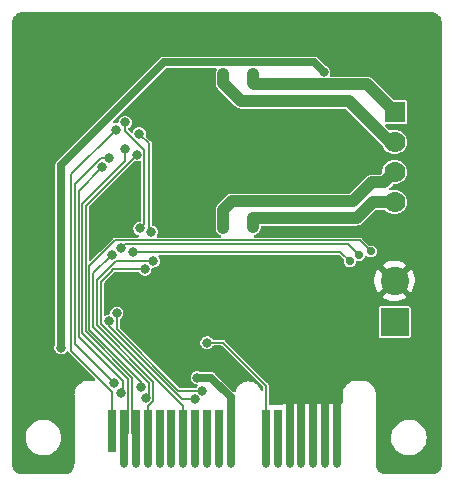
<source format=gbl>
G04 #@! TF.GenerationSoftware,KiCad,Pcbnew,(5.99.0-8491-gb8dfcb34c4)*
G04 #@! TF.CreationDate,2021-01-20T09:42:39+01:00*
G04 #@! TF.ProjectId,TMC2130_Driver,544d4332-3133-4305-9f44-72697665722e,rev?*
G04 #@! TF.SameCoordinates,PX67f3540PY6cb8080*
G04 #@! TF.FileFunction,Copper,L2,Bot*
G04 #@! TF.FilePolarity,Positive*
%FSLAX46Y46*%
G04 Gerber Fmt 4.6, Leading zero omitted, Abs format (unit mm)*
G04 Created by KiCad (PCBNEW (5.99.0-8491-gb8dfcb34c4)) date 2021-01-20 09:42:39*
%MOMM*%
%LPD*%
G01*
G04 APERTURE LIST*
G04 #@! TA.AperFunction,ConnectorPad*
%ADD10O,0.650000X0.650000*%
G04 #@! TD*
G04 #@! TA.AperFunction,ConnectorPad*
%ADD11R,0.650000X3.600000*%
G04 #@! TD*
G04 #@! TA.AperFunction,ConnectorPad*
%ADD12R,0.650000X4.600000*%
G04 #@! TD*
G04 #@! TA.AperFunction,ComponentPad*
%ADD13R,1.778000X1.778000*%
G04 #@! TD*
G04 #@! TA.AperFunction,ComponentPad*
%ADD14C,1.778000*%
G04 #@! TD*
G04 #@! TA.AperFunction,ComponentPad*
%ADD15R,2.400000X2.400000*%
G04 #@! TD*
G04 #@! TA.AperFunction,ComponentPad*
%ADD16C,2.400000*%
G04 #@! TD*
G04 #@! TA.AperFunction,ViaPad*
%ADD17C,0.800000*%
G04 #@! TD*
G04 #@! TA.AperFunction,ViaPad*
%ADD18C,0.700000*%
G04 #@! TD*
G04 #@! TA.AperFunction,Conductor*
%ADD19C,1.000000*%
G04 #@! TD*
G04 #@! TA.AperFunction,Conductor*
%ADD20C,0.152400*%
G04 #@! TD*
G04 #@! TA.AperFunction,Conductor*
%ADD21C,0.650000*%
G04 #@! TD*
G04 #@! TA.AperFunction,Conductor*
%ADD22C,0.203200*%
G04 #@! TD*
G04 APERTURE END LIST*
D10*
X12652800Y1014800D03*
X22652800Y1014800D03*
X17652800Y1014800D03*
X13652800Y1014800D03*
X15652800Y1014800D03*
X10652800Y1014800D03*
X25652800Y1014800D03*
X26652800Y1014800D03*
X21652800Y1014800D03*
X18652800Y1014800D03*
X24652800Y1014800D03*
X27652800Y1014800D03*
X9652800Y1014800D03*
X23652800Y1014800D03*
X11652800Y1014800D03*
X16652800Y1014800D03*
X14652800Y1014800D03*
D11*
X8652800Y3814800D03*
D12*
X9652800Y3314800D03*
X10652800Y3314800D03*
X11652800Y3314800D03*
X12652800Y3314800D03*
X13652800Y3314800D03*
X14652800Y3314800D03*
X15652800Y3314800D03*
X16652800Y3314800D03*
X17652800Y3314800D03*
X18652800Y3314800D03*
X21652800Y3314800D03*
X22652800Y3314800D03*
X23652800Y3314800D03*
X24652800Y3314800D03*
X25652800Y3314800D03*
X26652800Y3314800D03*
X27652800Y3314800D03*
D13*
X32540000Y30820000D03*
D14*
X32540000Y28280000D03*
X32540000Y25740000D03*
X32540000Y23200000D03*
D15*
X32540000Y13010000D03*
D16*
X32540000Y16510000D03*
D17*
X29300000Y34220000D03*
X27840000Y34230000D03*
X15000000Y22000000D03*
X22040000Y27010000D03*
X22040000Y28260000D03*
X22040000Y29510000D03*
X22040000Y25760000D03*
X20790000Y25760000D03*
X20790000Y29510000D03*
X20790000Y28260000D03*
X20790000Y27010000D03*
X30540000Y27260000D03*
X3000000Y26000000D03*
X17000000Y16000000D03*
X1000000Y16000000D03*
X8000000Y21000000D03*
X33040000Y21260000D03*
D18*
X16790000Y32760000D03*
D17*
X8000000Y23000000D03*
D18*
X25421300Y27841400D03*
D17*
X15000000Y16000000D03*
X17000000Y18000000D03*
D18*
X16790000Y22510000D03*
X30790000Y34260000D03*
X16790000Y23260000D03*
D17*
X15000000Y18000000D03*
X1000000Y8000000D03*
X1000000Y18000000D03*
X3000000Y20000000D03*
D18*
X16840000Y31010000D03*
D17*
X3000000Y18000000D03*
D18*
X28840000Y30010000D03*
D17*
X3000000Y16000000D03*
X30540000Y20760000D03*
X3000000Y14000000D03*
X1000000Y26000000D03*
X1000000Y20000000D03*
X13000000Y16000000D03*
X29000000Y29000000D03*
X3000000Y22000000D03*
D18*
X17040000Y27760000D03*
D17*
X3000000Y12000000D03*
X19000000Y16000000D03*
X3000000Y8000000D03*
D18*
X28540000Y26010000D03*
D17*
X18100000Y8870000D03*
X3000000Y24000000D03*
X1000000Y14000000D03*
X35820000Y8830000D03*
X1000000Y24000000D03*
D18*
X27540000Y25260000D03*
X15790000Y31010000D03*
D17*
X28000000Y28000000D03*
X1000000Y22000000D03*
X1000000Y10000000D03*
X1000000Y12000000D03*
X3000000Y10000000D03*
X25000000Y18000000D03*
X23000000Y17000000D03*
X10000000Y23000000D03*
D18*
X18040000Y33260000D03*
X18040000Y34010000D03*
X20540000Y33260000D03*
X20540000Y34010000D03*
X18040000Y21010000D03*
X18040000Y21760000D03*
X20540000Y21860000D03*
X20540000Y21060000D03*
D17*
X11098519Y7521423D03*
D18*
X30540000Y19010000D03*
D17*
X7775421Y26124579D03*
X9350505Y7049495D03*
X8380000Y26940000D03*
X8814495Y7844495D03*
X8575954Y18717787D03*
X11460000Y6630000D03*
X16660000Y11280000D03*
X16280000Y7230000D03*
X9030000Y13800000D03*
X8369555Y13108568D03*
X15630000Y6480000D03*
X12110000Y18201390D03*
X11939516Y20656084D03*
X10940000Y28990000D03*
X10699388Y27193421D03*
X9730000Y27680000D03*
X8960000Y29330000D03*
D18*
X28761400Y18164000D03*
D17*
X10434767Y18964380D03*
X9380539Y19298855D03*
D18*
X29540000Y18705990D03*
D17*
X26540000Y34210000D03*
X15850000Y8330000D03*
X4300000Y10850000D03*
X11400000Y17520000D03*
X10960000Y20960000D03*
X9740000Y29930000D03*
D19*
X29040000Y23260000D02*
X18790000Y23260000D01*
X18790000Y23260000D02*
X18040000Y22510000D01*
X30631001Y24851001D02*
X29040000Y23260000D01*
X18040000Y22510000D02*
X18040000Y21010000D01*
X32540000Y25740000D02*
X31651001Y24851001D01*
X31651001Y24851001D02*
X30631001Y24851001D01*
X32127678Y28280000D02*
X32540000Y28280000D01*
X28647678Y31760000D02*
X32127678Y28280000D01*
D20*
X18030000Y11280000D02*
X17280000Y11280000D01*
X21652800Y3314800D02*
X21652800Y7657200D01*
X21652800Y7657200D02*
X18030000Y11280000D01*
X18030000Y11280000D02*
X16660000Y11280000D01*
D21*
X26652800Y3314800D02*
X26652800Y6902800D01*
X25652800Y3314800D02*
X25652800Y6264800D01*
X27652800Y3314800D02*
X27652800Y6264800D01*
X24652800Y3314800D02*
X24652800Y6402800D01*
X25652800Y6264800D02*
X25750000Y6362000D01*
X23652800Y3314800D02*
X23652800Y6264800D01*
X27652800Y6264800D02*
X27500000Y6417600D01*
X27500000Y6417600D02*
X27500000Y7000000D01*
D19*
X28647678Y31760000D02*
X19540000Y31760000D01*
X28647678Y31760000D02*
X28090000Y31760000D01*
X19540000Y31760000D02*
X18040000Y33260000D01*
X18040000Y34010000D02*
X18040000Y33260000D01*
X32540000Y30820000D02*
X30202401Y33157599D01*
X20540000Y34010000D02*
X20540000Y33260000D01*
X20642401Y33157599D02*
X20540000Y33260000D01*
X30202401Y33157599D02*
X20642401Y33157599D01*
X32540000Y23200000D02*
X30680000Y23200000D01*
X20540000Y21860000D02*
X20540000Y21060000D01*
X30680000Y23200000D02*
X29340000Y21860000D01*
X29340000Y21860000D02*
X20540000Y21860000D01*
D20*
X6710168Y17781235D02*
X6710168Y12367696D01*
X8877533Y19948601D02*
X6710168Y17781235D01*
X29601399Y19948601D02*
X30540000Y19010000D01*
X6710168Y12367696D02*
X11098519Y7979345D01*
X8877533Y19948601D02*
X8534466Y19605534D01*
X11098519Y7979345D02*
X11098519Y7521423D01*
X8877533Y19948601D02*
X29601399Y19948601D01*
X9521399Y8028271D02*
X9521399Y7220389D01*
X5795736Y23085736D02*
X5795736Y24144894D01*
X5795736Y11753934D02*
X9521399Y8028271D01*
X5795736Y23085736D02*
X5795736Y11753934D01*
X5795736Y23765736D02*
X5795736Y23085736D01*
X9521399Y7220389D02*
X9350505Y7049495D01*
X5795736Y24144894D02*
X7775421Y26124579D01*
X5490926Y11168064D02*
X5490926Y24729074D01*
X5490926Y24729074D02*
X7701852Y26940000D01*
X7701852Y26940000D02*
X8380000Y26940000D01*
X8814495Y7844495D02*
X5490926Y11168064D01*
X11764979Y7886965D02*
X7014980Y12636964D01*
X11460000Y6630000D02*
X11764979Y6934979D01*
X11764979Y6934979D02*
X11764979Y7886965D01*
X7014980Y12636964D02*
X7014980Y17156813D01*
X7014980Y17156813D02*
X8575954Y18717787D01*
X9030000Y12429671D02*
X14229671Y7230000D01*
X9030000Y13800000D02*
X9030000Y12429671D01*
X14229671Y7230000D02*
X16280000Y7230000D01*
X14548603Y6480000D02*
X8369555Y12659048D01*
X8369555Y12659048D02*
X8369555Y13108568D01*
X15630000Y6480000D02*
X14548603Y6480000D01*
X11741146Y20854454D02*
X11741146Y26698854D01*
X8934402Y18201390D02*
X12110000Y18201390D01*
X7319790Y12763222D02*
X7319790Y16586778D01*
X12109790Y7973222D02*
X7319790Y12763222D01*
X11652800Y3314800D02*
X11652800Y5892470D01*
X11741146Y26698854D02*
X11741146Y28188854D01*
X7319790Y16586778D02*
X8934402Y18201390D01*
X11652800Y5892470D02*
X12109790Y6349460D01*
X11939516Y20656084D02*
X11741146Y20854454D01*
X12109790Y6349460D02*
X12109790Y7973222D01*
X11741146Y28188854D02*
X10940000Y28990000D01*
X10325568Y8321228D02*
X6405358Y12241438D01*
X10325568Y3642032D02*
X10325568Y8321228D01*
X6405358Y12241438D02*
X6405358Y22899391D01*
X6405358Y22899391D02*
X10699388Y27193421D01*
X10652800Y3314800D02*
X10325568Y3642032D01*
X6100548Y12115180D02*
X6100548Y23052684D01*
X9979116Y3641116D02*
X9979116Y8236612D01*
X9652800Y3314800D02*
X9979116Y3641116D01*
X6100548Y23052684D02*
X9730000Y26682136D01*
X9730000Y26682136D02*
X9730000Y27680000D01*
X9979116Y8236612D02*
X6100548Y12115180D01*
X5186116Y10583884D02*
X5186116Y25556116D01*
X8652800Y3814800D02*
X8652800Y7117200D01*
X5186116Y25556116D02*
X8960000Y29330000D01*
X8652800Y7117200D02*
X5186116Y10583884D01*
X27961020Y18964380D02*
X28761400Y18164000D01*
X10434767Y18964380D02*
X27961020Y18964380D01*
X28627599Y19618391D02*
X29540000Y18705990D01*
X9700074Y19618390D02*
X28627599Y19618391D01*
D22*
X9700074Y19618390D02*
X9380539Y19298855D01*
D21*
X12980000Y35010000D02*
X25740000Y35010000D01*
X16970000Y8330000D02*
X18652800Y6647200D01*
X25740000Y35010000D02*
X26540000Y34210000D01*
X18652800Y6647200D02*
X18652800Y3314800D01*
X4300000Y26330000D02*
X12980000Y35010000D01*
X4300000Y10850000D02*
X4300000Y26330000D01*
X15850000Y8330000D02*
X16970000Y8330000D01*
D22*
X14652800Y5377200D02*
X14652800Y3314800D01*
X7670000Y15040000D02*
X7650000Y15060000D01*
X11353389Y27586611D02*
X11353389Y21353389D01*
X14652800Y5897200D02*
X7670000Y12880000D01*
X8720000Y17520000D02*
X11400000Y17520000D01*
X7650000Y16450000D02*
X8510000Y17310000D01*
X7650000Y15060000D02*
X7650000Y16450000D01*
X9740000Y29200000D02*
X11353389Y27586611D01*
X9740000Y29930000D02*
X9740000Y29200000D01*
X11353389Y21353389D02*
X10960000Y20960000D01*
X7670000Y12880000D02*
X7670000Y15040000D01*
X8510000Y17310000D02*
X8720000Y17520000D01*
X14652800Y3314800D02*
X14652800Y5897200D01*
G04 #@! TA.AperFunction,Conductor*
G36*
X35665296Y39256097D02*
G01*
X35669694Y39255412D01*
X35677618Y39253086D01*
X35752889Y39251303D01*
X35762253Y39250731D01*
X35792148Y39247787D01*
X35804373Y39245973D01*
X35923471Y39222284D01*
X35935463Y39219280D01*
X35953834Y39213707D01*
X35965475Y39209542D01*
X36077658Y39163073D01*
X36088832Y39157789D01*
X36105740Y39148751D01*
X36116335Y39142401D01*
X36217334Y39074917D01*
X36227242Y39067568D01*
X36242067Y39055401D01*
X36251223Y39047103D01*
X36337100Y38961225D01*
X36345401Y38952067D01*
X36357568Y38937241D01*
X36364930Y38927314D01*
X36432398Y38826338D01*
X36438753Y38815736D01*
X36447786Y38798837D01*
X36453073Y38787658D01*
X36499542Y38675475D01*
X36503709Y38663830D01*
X36509280Y38645464D01*
X36512284Y38633472D01*
X36530881Y38539978D01*
X36535973Y38514376D01*
X36537787Y38502145D01*
X36540731Y38472254D01*
X36541303Y38462889D01*
X36543086Y38387617D01*
X36545412Y38379693D01*
X36546097Y38375295D01*
X36547600Y38355893D01*
X36547600Y1054107D01*
X36546097Y1034705D01*
X36545412Y1030307D01*
X36543086Y1022383D01*
X36542627Y1003002D01*
X36541303Y947112D01*
X36540731Y937746D01*
X36537787Y907855D01*
X36535973Y895627D01*
X36530475Y867982D01*
X36512284Y776529D01*
X36509280Y764536D01*
X36503709Y746170D01*
X36499542Y734525D01*
X36453073Y622342D01*
X36447786Y611163D01*
X36438753Y594264D01*
X36432398Y583662D01*
X36364930Y482686D01*
X36357568Y472759D01*
X36357554Y472741D01*
X36345401Y457933D01*
X36337100Y448775D01*
X36251223Y362897D01*
X36242070Y354601D01*
X36227242Y342432D01*
X36217334Y335083D01*
X36126043Y274085D01*
X36116339Y267601D01*
X36105740Y261249D01*
X36089779Y252718D01*
X36088831Y252211D01*
X36077658Y246927D01*
X35965475Y200458D01*
X35953834Y196293D01*
X35935464Y190720D01*
X35923472Y187716D01*
X35804373Y164027D01*
X35792148Y162213D01*
X35762254Y159269D01*
X35752889Y158697D01*
X35677618Y156914D01*
X35669694Y154588D01*
X35665296Y153903D01*
X35645894Y152400D01*
X31854107Y152400D01*
X31834705Y153903D01*
X31830307Y154588D01*
X31822383Y156914D01*
X31747111Y158697D01*
X31737746Y159269D01*
X31707852Y162213D01*
X31695627Y164027D01*
X31576528Y187716D01*
X31564536Y190720D01*
X31546166Y196293D01*
X31534525Y200458D01*
X31422342Y246927D01*
X31411163Y252214D01*
X31394264Y261247D01*
X31383662Y267602D01*
X31303136Y321406D01*
X31282678Y335076D01*
X31272759Y342432D01*
X31257933Y354599D01*
X31248775Y362900D01*
X31162897Y448777D01*
X31154599Y457933D01*
X31142432Y472758D01*
X31135083Y482666D01*
X31067599Y583665D01*
X31061247Y594264D01*
X31052211Y611169D01*
X31046927Y622342D01*
X31000458Y734525D01*
X30996291Y746170D01*
X30990720Y764536D01*
X30987716Y776529D01*
X30969525Y867982D01*
X30964027Y895627D01*
X30962213Y907855D01*
X30959269Y937746D01*
X30958697Y947112D01*
X30957373Y1003002D01*
X30956914Y1022382D01*
X30954588Y1030306D01*
X30953903Y1034704D01*
X30952400Y1054106D01*
X30952400Y3150814D01*
X32245773Y3150814D01*
X32281940Y2911670D01*
X32355877Y2681384D01*
X32465681Y2465882D01*
X32608527Y2270707D01*
X32780741Y2100882D01*
X32784863Y2097952D01*
X32784865Y2097951D01*
X32973769Y1963703D01*
X32973772Y1963701D01*
X32977891Y1960774D01*
X32982427Y1958542D01*
X33190364Y1856224D01*
X33190369Y1856222D01*
X33194905Y1853990D01*
X33199748Y1852509D01*
X33199749Y1852509D01*
X33421353Y1784758D01*
X33421355Y1784758D01*
X33426201Y1783276D01*
X33665827Y1750451D01*
X33735069Y1752143D01*
X33902557Y1756236D01*
X33902561Y1756236D01*
X33907618Y1756360D01*
X34145355Y1800852D01*
X34372920Y1882780D01*
X34584459Y2000038D01*
X34588437Y2003168D01*
X34588441Y2003171D01*
X34770554Y2146480D01*
X34770555Y2146481D01*
X34774530Y2149609D01*
X34885885Y2270707D01*
X34934817Y2323920D01*
X34934819Y2323923D01*
X34938241Y2327644D01*
X35071383Y2529564D01*
X35073457Y2534178D01*
X35168454Y2745557D01*
X35168456Y2745562D01*
X35170528Y2750173D01*
X35233127Y2983795D01*
X35257569Y3224421D01*
X35257900Y3256000D01*
X35257671Y3258848D01*
X35238909Y3492044D01*
X35238908Y3492049D01*
X35238503Y3497085D01*
X35206837Y3626007D01*
X35182017Y3727053D01*
X35180810Y3731967D01*
X35126597Y3859686D01*
X35088283Y3949947D01*
X35088282Y3949949D01*
X35086306Y3954604D01*
X34957423Y4159268D01*
X34797475Y4340692D01*
X34610579Y4494211D01*
X34401542Y4615873D01*
X34396819Y4617686D01*
X34396817Y4617687D01*
X34180463Y4700738D01*
X34180465Y4700738D01*
X34175743Y4702550D01*
X34170797Y4703583D01*
X34170791Y4703585D01*
X34025746Y4733886D01*
X33938990Y4752010D01*
X33933942Y4752239D01*
X33933936Y4752240D01*
X33818183Y4757495D01*
X33697375Y4762981D01*
X33692355Y4762400D01*
X33692351Y4762400D01*
X33462141Y4735764D01*
X33462137Y4735763D01*
X33457114Y4735182D01*
X33452249Y4733805D01*
X33452247Y4733805D01*
X33335390Y4700738D01*
X33224388Y4669328D01*
X33005185Y4567111D01*
X33001005Y4564270D01*
X33001001Y4564268D01*
X32916629Y4506929D01*
X32805144Y4431164D01*
X32629412Y4264982D01*
X32626334Y4260956D01*
X32626333Y4260955D01*
X32485583Y4076862D01*
X32485580Y4076858D01*
X32482510Y4072842D01*
X32368217Y3859686D01*
X32366571Y3854905D01*
X32366569Y3854901D01*
X32324239Y3731967D01*
X32289473Y3630999D01*
X32248306Y3392665D01*
X32245773Y3150814D01*
X30952400Y3150814D01*
X30952400Y6847756D01*
X30955380Y6872666D01*
X30955852Y6877054D01*
X30957798Y6885070D01*
X30957603Y6893325D01*
X30955186Y6995353D01*
X30955289Y7000280D01*
X30955149Y7002422D01*
X30955689Y7010667D01*
X30954706Y7015607D01*
X30954587Y7020644D01*
X30952259Y7028573D01*
X30951929Y7030694D01*
X30950752Y7035487D01*
X30913928Y7220614D01*
X30913228Y7224858D01*
X30912971Y7225816D01*
X30911893Y7234004D01*
X30910684Y7236922D01*
X30910068Y7240020D01*
X30906414Y7247430D01*
X30906096Y7248367D01*
X30904324Y7252277D01*
X30829972Y7431780D01*
X30828459Y7435800D01*
X30828021Y7436687D01*
X30825367Y7444505D01*
X30823612Y7447132D01*
X30822403Y7450050D01*
X30817378Y7456598D01*
X30816883Y7457456D01*
X30814373Y7460959D01*
X30706443Y7622488D01*
X30704170Y7626142D01*
X30703572Y7626922D01*
X30699437Y7634084D01*
X30697201Y7636320D01*
X30695449Y7638942D01*
X30689246Y7644382D01*
X30688591Y7645129D01*
X30685458Y7648063D01*
X30548071Y7785449D01*
X30545127Y7788592D01*
X30544385Y7789243D01*
X30538942Y7795449D01*
X30536317Y7797203D01*
X30534083Y7799437D01*
X30526932Y7803566D01*
X30526153Y7804164D01*
X30522499Y7806436D01*
X30360937Y7914388D01*
X30357450Y7916887D01*
X30356596Y7917380D01*
X30350050Y7922403D01*
X30347132Y7923612D01*
X30344505Y7925367D01*
X30336687Y7928021D01*
X30335800Y7928459D01*
X30331780Y7929972D01*
X30152277Y8004324D01*
X30148367Y8006096D01*
X30147430Y8006414D01*
X30140020Y8010068D01*
X30136922Y8010684D01*
X30134004Y8011893D01*
X30125812Y8012972D01*
X30124859Y8013227D01*
X30120615Y8013928D01*
X30119303Y8014189D01*
X29935478Y8050754D01*
X29930682Y8051932D01*
X29928571Y8052261D01*
X29920645Y8054587D01*
X29915607Y8054706D01*
X29910667Y8055689D01*
X29902421Y8055149D01*
X29900279Y8055289D01*
X29895353Y8055186D01*
X29793321Y8057603D01*
X29793318Y8057603D01*
X29785071Y8057798D01*
X29777055Y8055852D01*
X29772667Y8055380D01*
X29747757Y8052400D01*
X29352244Y8052400D01*
X29327334Y8055380D01*
X29322946Y8055852D01*
X29314930Y8057798D01*
X29306683Y8057603D01*
X29306680Y8057603D01*
X29204647Y8055186D01*
X29199720Y8055289D01*
X29197578Y8055149D01*
X29189333Y8055689D01*
X29184393Y8054706D01*
X29179356Y8054587D01*
X29171427Y8052259D01*
X29169306Y8051929D01*
X29164513Y8050752D01*
X29039028Y8025792D01*
X28979381Y8013927D01*
X28975142Y8013228D01*
X28974184Y8012971D01*
X28965996Y8011893D01*
X28963078Y8010684D01*
X28959980Y8010068D01*
X28952570Y8006414D01*
X28951633Y8006096D01*
X28947723Y8004324D01*
X28768220Y7929972D01*
X28764200Y7928459D01*
X28763313Y7928021D01*
X28755495Y7925367D01*
X28752868Y7923612D01*
X28749950Y7922403D01*
X28743402Y7917378D01*
X28742544Y7916883D01*
X28739041Y7914373D01*
X28577512Y7806443D01*
X28573858Y7804170D01*
X28573078Y7803572D01*
X28565916Y7799437D01*
X28563680Y7797201D01*
X28561058Y7795449D01*
X28555618Y7789246D01*
X28554871Y7788591D01*
X28551937Y7785458D01*
X28414551Y7648071D01*
X28411408Y7645127D01*
X28410757Y7644385D01*
X28404551Y7638942D01*
X28402797Y7636317D01*
X28400563Y7634083D01*
X28396434Y7626932D01*
X28395836Y7626153D01*
X28393564Y7622499D01*
X28285612Y7460937D01*
X28283113Y7457450D01*
X28282620Y7456596D01*
X28277597Y7450050D01*
X28276388Y7447132D01*
X28274633Y7444505D01*
X28271979Y7436687D01*
X28271541Y7435800D01*
X28270028Y7431780D01*
X28195676Y7252277D01*
X28193904Y7248367D01*
X28193586Y7247430D01*
X28189932Y7240020D01*
X28189316Y7236922D01*
X28188107Y7234004D01*
X28187028Y7225812D01*
X28186773Y7224859D01*
X28186072Y7220615D01*
X28153967Y7059208D01*
X28149248Y7035486D01*
X28148068Y7030682D01*
X28147739Y7028571D01*
X28145413Y7020645D01*
X28145294Y7015607D01*
X28144311Y7010667D01*
X28144851Y7002421D01*
X28144711Y7000279D01*
X28144814Y6995353D01*
X28142398Y6893325D01*
X28142202Y6885071D01*
X28144148Y6877055D01*
X28144620Y6872667D01*
X28147600Y6847757D01*
X28147600Y6248799D01*
X28127598Y6180678D01*
X28073942Y6134185D01*
X28003670Y6124081D01*
X27982250Y6127160D01*
X27973305Y6127800D01*
X27924915Y6127800D01*
X27909676Y6123325D01*
X27908471Y6121935D01*
X27906800Y6114252D01*
X27906800Y6000000D01*
X27398800Y6000000D01*
X27398800Y6109685D01*
X27394325Y6124924D01*
X27392935Y6126129D01*
X27385252Y6127800D01*
X27330057Y6127800D01*
X27325550Y6127639D01*
X27261531Y6123060D01*
X27248309Y6120674D01*
X27195290Y6105107D01*
X27124293Y6105107D01*
X27113412Y6108302D01*
X26982246Y6127161D01*
X26973305Y6127800D01*
X26924915Y6127800D01*
X26909676Y6123325D01*
X26908471Y6121935D01*
X26906800Y6114252D01*
X26906800Y6000000D01*
X26398800Y6000000D01*
X26398800Y6109685D01*
X26394325Y6124924D01*
X26392935Y6126129D01*
X26385252Y6127800D01*
X26330057Y6127800D01*
X26325550Y6127639D01*
X26261531Y6123060D01*
X26248309Y6120674D01*
X26195290Y6105107D01*
X26124293Y6105107D01*
X26113412Y6108302D01*
X25982246Y6127161D01*
X25973305Y6127800D01*
X25924915Y6127800D01*
X25909676Y6123325D01*
X25908471Y6121935D01*
X25906800Y6114252D01*
X25906800Y6000000D01*
X25398800Y6000000D01*
X25398800Y6109685D01*
X25394325Y6124924D01*
X25392935Y6126129D01*
X25385252Y6127800D01*
X25330057Y6127800D01*
X25325550Y6127639D01*
X25261531Y6123060D01*
X25248309Y6120674D01*
X25195290Y6105107D01*
X25124293Y6105107D01*
X25113412Y6108302D01*
X24982246Y6127161D01*
X24973305Y6127800D01*
X24924915Y6127800D01*
X24909676Y6123325D01*
X24908471Y6121935D01*
X24906800Y6114252D01*
X24906800Y6000000D01*
X24398800Y6000000D01*
X24398800Y6109685D01*
X24394325Y6124924D01*
X24392935Y6126129D01*
X24385252Y6127800D01*
X24330057Y6127800D01*
X24325550Y6127639D01*
X24261531Y6123060D01*
X24248309Y6120674D01*
X24195290Y6105107D01*
X24124293Y6105107D01*
X24113412Y6108302D01*
X23982246Y6127161D01*
X23973305Y6127800D01*
X23924915Y6127800D01*
X23909676Y6123325D01*
X23908471Y6121935D01*
X23906800Y6114252D01*
X23906800Y6000000D01*
X23398800Y6000000D01*
X23398800Y6109685D01*
X23394325Y6124924D01*
X23392935Y6126129D01*
X23385252Y6127800D01*
X23330057Y6127800D01*
X23325550Y6127639D01*
X23261531Y6123060D01*
X23248309Y6120674D01*
X23123342Y6083981D01*
X23107108Y6076567D01*
X23019090Y6020002D01*
X22950970Y6000000D01*
X22007900Y6000000D01*
X21939779Y6020002D01*
X21893286Y6073658D01*
X21881900Y6126000D01*
X21881900Y7650110D01*
X21882073Y7656703D01*
X21883325Y7680595D01*
X21884018Y7693821D01*
X21876586Y7713182D01*
X21870972Y7732134D01*
X21866661Y7752417D01*
X21858875Y7763133D01*
X21855783Y7770078D01*
X21852692Y7775427D01*
X21849133Y7784700D01*
X21848434Y7785562D01*
X21834038Y7799958D01*
X21821197Y7814992D01*
X21817226Y7820458D01*
X21817225Y7820459D01*
X21809443Y7831170D01*
X21797976Y7837790D01*
X21788133Y7846653D01*
X21788465Y7847022D01*
X21782056Y7851940D01*
X18197021Y11436975D01*
X18192480Y11441760D01*
X18176464Y11459548D01*
X18176463Y11459549D01*
X18167601Y11469391D01*
X18148652Y11477827D01*
X18131286Y11487256D01*
X18113894Y11498551D01*
X18100817Y11500622D01*
X18093716Y11503348D01*
X18087727Y11504953D01*
X18078672Y11508984D01*
X18077568Y11509100D01*
X18057208Y11509100D01*
X18037497Y11510651D01*
X18030825Y11511708D01*
X18030824Y11511708D01*
X18017748Y11513779D01*
X18004960Y11510352D01*
X17991730Y11509659D01*
X17991704Y11510154D01*
X17983695Y11509100D01*
X17243124Y11509100D01*
X17175003Y11529102D01*
X17138056Y11567046D01*
X17137208Y11569007D01*
X17078557Y11641436D01*
X17047315Y11680016D01*
X17041909Y11686692D01*
X17025508Y11698348D01*
X16925475Y11769437D01*
X16918473Y11774413D01*
X16775994Y11825709D01*
X16767434Y11826338D01*
X16767432Y11826338D01*
X16676574Y11833010D01*
X16624969Y11836799D01*
X16476525Y11806868D01*
X16468873Y11802969D01*
X16349250Y11742018D01*
X16349247Y11742016D01*
X16341599Y11738119D01*
X16335277Y11732306D01*
X16335276Y11732305D01*
X16236456Y11641436D01*
X16236453Y11641432D01*
X16230131Y11635619D01*
X16225603Y11628317D01*
X16225602Y11628315D01*
X16154862Y11514223D01*
X16150333Y11506918D01*
X16108085Y11361500D01*
X16106499Y11210077D01*
X16108722Y11201781D01*
X16108722Y11201780D01*
X16136625Y11097648D01*
X16145693Y11063805D01*
X16222777Y10933462D01*
X16332075Y10828649D01*
X16339641Y10824592D01*
X16339644Y10824590D01*
X16457957Y10761151D01*
X16457961Y10761149D01*
X16465532Y10757090D01*
X16613316Y10724057D01*
X16621889Y10724506D01*
X16621893Y10724506D01*
X16755957Y10731532D01*
X16755958Y10731532D01*
X16764540Y10731982D01*
X16882799Y10771780D01*
X16899927Y10777544D01*
X16899929Y10777545D01*
X16908062Y10780282D01*
X16920402Y10788668D01*
X16943427Y10804317D01*
X17033308Y10865400D01*
X17089167Y10931500D01*
X17125506Y10974500D01*
X17125507Y10974502D01*
X17131051Y10981062D01*
X17134627Y10988872D01*
X17136875Y10992415D01*
X17190264Y11039213D01*
X17243260Y11050900D01*
X17882913Y11050900D01*
X17951034Y11030898D01*
X17972008Y11013995D01*
X21386795Y7599208D01*
X21420821Y7536896D01*
X21423700Y7510113D01*
X21423700Y7347967D01*
X21403698Y7279846D01*
X21350042Y7233353D01*
X21279768Y7223249D01*
X21215188Y7252743D01*
X21182593Y7296718D01*
X21182416Y7297116D01*
X21117547Y7442814D01*
X21116525Y7445282D01*
X21116151Y7445971D01*
X21115848Y7446760D01*
X21115778Y7447086D01*
X21115110Y7448699D01*
X21115093Y7448726D01*
X21113196Y7453669D01*
X21111952Y7455382D01*
X21111090Y7457317D01*
X21107756Y7461434D01*
X21107742Y7461460D01*
X21106773Y7462722D01*
X21106498Y7462988D01*
X21105894Y7463733D01*
X21105482Y7464406D01*
X21103846Y7466538D01*
X20983560Y7632099D01*
X20982049Y7634297D01*
X20981536Y7634897D01*
X20981118Y7635541D01*
X20980977Y7635856D01*
X20979950Y7637351D01*
X20979927Y7637375D01*
X20977034Y7641830D01*
X20975461Y7643246D01*
X20974216Y7644960D01*
X20970082Y7648308D01*
X20970057Y7648337D01*
X20968802Y7649408D01*
X20968459Y7649622D01*
X20967792Y7650162D01*
X20967251Y7650732D01*
X20965227Y7652461D01*
X20947469Y7668451D01*
X20813117Y7789422D01*
X20811191Y7791250D01*
X20810567Y7791729D01*
X20809986Y7792310D01*
X20809786Y7792584D01*
X20808507Y7793798D01*
X20808478Y7793818D01*
X20804726Y7797570D01*
X20802892Y7798629D01*
X20801318Y7800046D01*
X20796588Y7802456D01*
X20796562Y7802476D01*
X20795148Y7803244D01*
X20794779Y7803378D01*
X20793969Y7803791D01*
X20793321Y7804236D01*
X20790972Y7805511D01*
X20613719Y7907848D01*
X20611439Y7909245D01*
X20610723Y7909586D01*
X20610011Y7910049D01*
X20609763Y7910271D01*
X20608280Y7911180D01*
X20608252Y7911192D01*
X20603803Y7914081D01*
X20601788Y7914736D01*
X20599955Y7915794D01*
X20594832Y7917167D01*
X20594804Y7917180D01*
X20593269Y7917635D01*
X20592883Y7917689D01*
X20591983Y7917930D01*
X20591255Y7918232D01*
X20588705Y7918987D01*
X20394030Y7982241D01*
X20391521Y7983129D01*
X20390754Y7983313D01*
X20390011Y7983599D01*
X20389714Y7983769D01*
X20388033Y7984365D01*
X20387997Y7984372D01*
X20383047Y7986272D01*
X20380944Y7986493D01*
X20378928Y7987148D01*
X20373622Y7987426D01*
X20373590Y7987434D01*
X20371977Y7987561D01*
X20371584Y7987533D01*
X20370681Y7987580D01*
X20369911Y7987723D01*
X20367248Y7987933D01*
X20308863Y7994069D01*
X20163703Y8009326D01*
X20161033Y8009677D01*
X20160248Y8009698D01*
X20159431Y8009827D01*
X20159110Y8009931D01*
X20157372Y8010159D01*
X20157341Y8010158D01*
X20152107Y8010987D01*
X20150000Y8010766D01*
X20147894Y8010987D01*
X20142666Y8010159D01*
X20142634Y8010160D01*
X20141054Y8009952D01*
X20140680Y8009845D01*
X20139753Y8009698D01*
X20138967Y8009677D01*
X20136298Y8009326D01*
X19990747Y7994028D01*
X19932752Y7987933D01*
X19930089Y7987723D01*
X19929319Y7987580D01*
X19928513Y7987538D01*
X19928176Y7987573D01*
X19926410Y7987434D01*
X19926378Y7987426D01*
X19921072Y7987148D01*
X19919056Y7986493D01*
X19916953Y7986272D01*
X19911998Y7984370D01*
X19911967Y7984364D01*
X19910434Y7983822D01*
X19910079Y7983633D01*
X19909247Y7983314D01*
X19908477Y7983129D01*
X19905967Y7982240D01*
X19711304Y7918990D01*
X19708742Y7918231D01*
X19708017Y7917930D01*
X19707227Y7917719D01*
X19706892Y7917683D01*
X19705190Y7917178D01*
X19705166Y7917166D01*
X19700045Y7915794D01*
X19698212Y7914736D01*
X19696197Y7914081D01*
X19691753Y7911195D01*
X19691720Y7911181D01*
X19690374Y7910356D01*
X19690075Y7910105D01*
X19689277Y7909586D01*
X19688561Y7909245D01*
X19686275Y7907844D01*
X19593946Y7854538D01*
X19509022Y7805508D01*
X19506675Y7804233D01*
X19506032Y7803791D01*
X19505309Y7803422D01*
X19504989Y7803318D01*
X19503434Y7802473D01*
X19503412Y7802456D01*
X19498682Y7800046D01*
X19497108Y7798629D01*
X19495274Y7797570D01*
X19491522Y7793818D01*
X19491493Y7793798D01*
X19490328Y7792692D01*
X19490086Y7792382D01*
X19489433Y7791729D01*
X19488809Y7791250D01*
X19486883Y7789422D01*
X19352532Y7668451D01*
X19334773Y7652461D01*
X19332749Y7650732D01*
X19332208Y7650162D01*
X19331614Y7649681D01*
X19331312Y7649506D01*
X19329943Y7648337D01*
X19329918Y7648308D01*
X19325784Y7644960D01*
X19324539Y7643246D01*
X19322966Y7641830D01*
X19320073Y7637375D01*
X19320050Y7637351D01*
X19319107Y7635978D01*
X19318931Y7635617D01*
X19318463Y7634897D01*
X19317954Y7634300D01*
X19316454Y7632118D01*
X19234275Y7519007D01*
X19196140Y7466519D01*
X19194513Y7464399D01*
X19194103Y7463730D01*
X19193567Y7463068D01*
X19193323Y7462847D01*
X19192258Y7461459D01*
X19192246Y7461436D01*
X19188910Y7457317D01*
X19188048Y7455382D01*
X19186804Y7453669D01*
X19184906Y7448725D01*
X19184891Y7448700D01*
X19184282Y7447230D01*
X19184189Y7446857D01*
X19183849Y7445971D01*
X19183475Y7445282D01*
X19182453Y7442814D01*
X19177391Y7431445D01*
X19099198Y7255821D01*
X19098057Y7253429D01*
X19097793Y7252683D01*
X19097447Y7252005D01*
X19097242Y7251721D01*
X19096468Y7250099D01*
X19096457Y7250061D01*
X19094039Y7245316D01*
X19093599Y7243244D01*
X19092738Y7241311D01*
X19091905Y7236050D01*
X19091892Y7236014D01*
X19091589Y7234382D01*
X19091575Y7233966D01*
X19091446Y7233154D01*
X19091221Y7232393D01*
X19090737Y7229785D01*
X19078566Y7172526D01*
X19044838Y7110052D01*
X18982689Y7075731D01*
X18911850Y7080459D01*
X18866225Y7109628D01*
X17356033Y8619820D01*
X17348774Y8628904D01*
X17348356Y8628548D01*
X17342537Y8635385D01*
X17337747Y8642977D01*
X17331020Y8648918D01*
X17331014Y8648925D01*
X17298975Y8677220D01*
X17293287Y8682566D01*
X17283239Y8692614D01*
X17279643Y8695309D01*
X17276088Y8697974D01*
X17268247Y8704357D01*
X17241850Y8727670D01*
X17235123Y8733611D01*
X17226995Y8737427D01*
X17221881Y8740786D01*
X17214436Y8745260D01*
X17209083Y8748190D01*
X17201900Y8753574D01*
X17160497Y8769095D01*
X17151211Y8773008D01*
X17111186Y8791800D01*
X17102317Y8793181D01*
X17096484Y8794964D01*
X17088064Y8797173D01*
X17082101Y8798484D01*
X17073696Y8801635D01*
X17064744Y8802300D01*
X17064741Y8802301D01*
X17041441Y8804032D01*
X17029625Y8804911D01*
X17019584Y8806063D01*
X17012594Y8807151D01*
X17012593Y8807151D01*
X17007782Y8807900D01*
X16994075Y8807900D01*
X16984737Y8808247D01*
X16946110Y8811118D01*
X16946100Y8811117D01*
X16937156Y8811782D01*
X16928383Y8809909D01*
X16919421Y8809298D01*
X16919417Y8809351D01*
X16905670Y8807900D01*
X16168492Y8807900D01*
X16112282Y8821706D01*
X16108473Y8824413D01*
X15965994Y8875709D01*
X15957434Y8876338D01*
X15957432Y8876338D01*
X15866574Y8883010D01*
X15814969Y8886799D01*
X15666525Y8856868D01*
X15658873Y8852969D01*
X15539250Y8792018D01*
X15539247Y8792016D01*
X15531599Y8788119D01*
X15525277Y8782306D01*
X15525276Y8782305D01*
X15426456Y8691436D01*
X15426453Y8691432D01*
X15420131Y8685619D01*
X15415603Y8678317D01*
X15415602Y8678315D01*
X15393692Y8642977D01*
X15340333Y8556918D01*
X15298085Y8411500D01*
X15296499Y8260077D01*
X15298722Y8251781D01*
X15298722Y8251780D01*
X15324217Y8156634D01*
X15335693Y8113805D01*
X15412777Y7983462D01*
X15522075Y7878649D01*
X15529641Y7874592D01*
X15529644Y7874590D01*
X15647957Y7811151D01*
X15647961Y7811149D01*
X15655532Y7807090D01*
X15751845Y7785562D01*
X15775001Y7780386D01*
X15837118Y7746005D01*
X15870786Y7683500D01*
X15865317Y7612714D01*
X15849707Y7585882D01*
X15850131Y7585619D01*
X15819922Y7536896D01*
X15808642Y7518704D01*
X15755745Y7471348D01*
X15701555Y7459100D01*
X14376758Y7459100D01*
X14308637Y7479102D01*
X14287663Y7496005D01*
X9296005Y12487662D01*
X9261979Y12549974D01*
X9259100Y12576757D01*
X9259100Y13220682D01*
X9279102Y13288803D01*
X9314277Y13324894D01*
X9403308Y13385400D01*
X9501051Y13501062D01*
X9504626Y13508870D01*
X9560514Y13630940D01*
X9560514Y13630942D01*
X9564089Y13638749D01*
X9587778Y13788316D01*
X9587900Y13800000D01*
X9567348Y13950030D01*
X9507208Y14089007D01*
X9411909Y14206692D01*
X9407254Y14210000D01*
X31182100Y14210000D01*
X31182100Y11810000D01*
X31194119Y11749574D01*
X31228348Y11698348D01*
X31279574Y11664119D01*
X31291749Y11661697D01*
X31291750Y11661697D01*
X31333930Y11653307D01*
X31333933Y11653307D01*
X31340000Y11652100D01*
X33740000Y11652100D01*
X33746067Y11653307D01*
X33746070Y11653307D01*
X33788250Y11661697D01*
X33788251Y11661697D01*
X33800426Y11664119D01*
X33851652Y11698348D01*
X33885881Y11749574D01*
X33897900Y11810000D01*
X33897900Y14210000D01*
X33889486Y14252305D01*
X33888303Y14258250D01*
X33888303Y14258251D01*
X33885881Y14270426D01*
X33851652Y14321652D01*
X33800426Y14355881D01*
X33788251Y14358303D01*
X33788250Y14358303D01*
X33746070Y14366693D01*
X33746067Y14366693D01*
X33740000Y14367900D01*
X31340000Y14367900D01*
X31333933Y14366693D01*
X31333930Y14366693D01*
X31291750Y14358303D01*
X31291749Y14358303D01*
X31279574Y14355881D01*
X31228348Y14321652D01*
X31194119Y14270426D01*
X31191697Y14258251D01*
X31191697Y14258250D01*
X31190515Y14252305D01*
X31182100Y14210000D01*
X9407254Y14210000D01*
X9334058Y14262018D01*
X9295475Y14289437D01*
X9288473Y14294413D01*
X9145994Y14345709D01*
X9137434Y14346338D01*
X9137432Y14346338D01*
X9046574Y14353010D01*
X8994969Y14356799D01*
X8846525Y14326868D01*
X8838873Y14322969D01*
X8719250Y14262018D01*
X8719247Y14262016D01*
X8711599Y14258119D01*
X8705277Y14252306D01*
X8705276Y14252305D01*
X8606456Y14161436D01*
X8606453Y14161432D01*
X8600131Y14155619D01*
X8520333Y14026918D01*
X8478085Y13881500D01*
X8477995Y13872913D01*
X8477118Y13789168D01*
X8456404Y13721261D01*
X8402264Y13675332D01*
X8351588Y13666512D01*
X8351666Y13665278D01*
X8343089Y13664738D01*
X8334524Y13665367D01*
X8186080Y13635436D01*
X8178426Y13631536D01*
X8107704Y13595501D01*
X8037927Y13582396D01*
X7972142Y13609095D01*
X7931235Y13667123D01*
X7924500Y13707767D01*
X7924500Y15002453D01*
X7926921Y15027035D01*
X7927079Y15027829D01*
X7929500Y15040000D01*
X7924500Y15065137D01*
X7910808Y15133971D01*
X31529180Y15133971D01*
X31536436Y15123799D01*
X31551323Y15111548D01*
X31559125Y15106066D01*
X31774223Y14978095D01*
X31782780Y14973848D01*
X32014751Y14879889D01*
X32023853Y14876985D01*
X32267365Y14819197D01*
X32276805Y14817701D01*
X32526261Y14797411D01*
X32535805Y14797361D01*
X32785457Y14815037D01*
X32794915Y14816434D01*
X33039030Y14871672D01*
X33048137Y14874474D01*
X33281101Y14966006D01*
X33289687Y14970156D01*
X33506117Y15095869D01*
X33513977Y15101271D01*
X33541711Y15123609D01*
X33550177Y15135797D01*
X33543813Y15146977D01*
X32552812Y16137978D01*
X32538868Y16145592D01*
X32537035Y16145461D01*
X32530420Y16141210D01*
X31536396Y15147186D01*
X31529180Y15133971D01*
X7910808Y15133971D01*
X7909747Y15139306D01*
X7910708Y15139497D01*
X7904500Y15170710D01*
X7904500Y16292393D01*
X7924502Y16360514D01*
X7941405Y16381488D01*
X7994008Y16434091D01*
X30829040Y16434091D01*
X30829490Y16424553D01*
X30860208Y16176161D01*
X30862093Y16166810D01*
X30930032Y15925922D01*
X30933314Y15916952D01*
X31036906Y15689112D01*
X31041506Y15680747D01*
X31154090Y15508373D01*
X31164815Y15499217D01*
X31174531Y15503741D01*
X32167978Y16497188D01*
X32174356Y16508868D01*
X32904408Y16508868D01*
X32904539Y16507035D01*
X32908790Y16500420D01*
X33902514Y15506696D01*
X33913860Y15500500D01*
X33926349Y15510382D01*
X34029729Y15665101D01*
X34034416Y15673419D01*
X34140392Y15900168D01*
X34143760Y15909080D01*
X34214221Y16149259D01*
X34216204Y16158587D01*
X34249723Y16408139D01*
X34250255Y16414677D01*
X34252905Y16506705D01*
X34252750Y16513290D01*
X34233653Y16764343D01*
X34232211Y16773766D01*
X34175695Y17017593D01*
X34172839Y17026705D01*
X34080096Y17259166D01*
X34075893Y17267746D01*
X33949059Y17483499D01*
X33943600Y17491352D01*
X33926750Y17512050D01*
X33914427Y17520516D01*
X33903423Y17514213D01*
X32912022Y16522812D01*
X32904408Y16508868D01*
X32174356Y16508868D01*
X32175592Y16511132D01*
X32175461Y16512965D01*
X32171210Y16519580D01*
X31178851Y17511939D01*
X31166592Y17518633D01*
X31155152Y17510011D01*
X31091726Y17424139D01*
X31086649Y17416046D01*
X30970114Y17194550D01*
X30966325Y17185792D01*
X30884634Y16949215D01*
X30882210Y16939977D01*
X30837244Y16693766D01*
X30836246Y16684273D01*
X30829040Y16434091D01*
X7994008Y16434091D01*
X8788512Y17228595D01*
X8850824Y17262621D01*
X8877607Y17265500D01*
X10836476Y17265500D01*
X10904597Y17245498D01*
X10944929Y17203640D01*
X10955485Y17185792D01*
X10962777Y17173462D01*
X11072075Y17068649D01*
X11079641Y17064592D01*
X11079644Y17064590D01*
X11197957Y17001151D01*
X11197961Y17001149D01*
X11205532Y16997090D01*
X11353316Y16964057D01*
X11361889Y16964506D01*
X11361893Y16964506D01*
X11495957Y16971532D01*
X11495958Y16971532D01*
X11504540Y16971982D01*
X11591215Y17001151D01*
X11639927Y17017544D01*
X11639929Y17017545D01*
X11648062Y17020282D01*
X11773308Y17105400D01*
X11871051Y17221062D01*
X11882239Y17245498D01*
X11930514Y17350940D01*
X11930514Y17350942D01*
X11934089Y17358749D01*
X11957778Y17508316D01*
X11957900Y17520000D01*
X11959752Y17519981D01*
X11973708Y17581653D01*
X12024328Y17631435D01*
X12077194Y17646174D01*
X12205957Y17652922D01*
X12205958Y17652922D01*
X12214540Y17653372D01*
X12283072Y17676435D01*
X12349927Y17698934D01*
X12349929Y17698935D01*
X12358062Y17701672D01*
X12483308Y17786790D01*
X12581051Y17902452D01*
X12611093Y17968069D01*
X12640514Y18032330D01*
X12640514Y18032332D01*
X12644089Y18040139D01*
X12667778Y18189706D01*
X12667900Y18201390D01*
X12659775Y18260700D01*
X12648514Y18342910D01*
X12648514Y18342912D01*
X12647348Y18351420D01*
X12587208Y18490397D01*
X12555150Y18529986D01*
X12527825Y18595514D01*
X12540265Y18665412D01*
X12588520Y18717489D01*
X12653071Y18735280D01*
X27813932Y18735280D01*
X27882053Y18715278D01*
X27903027Y18698376D01*
X28071418Y18529986D01*
X28232223Y18369181D01*
X28266248Y18306868D01*
X28267628Y18260700D01*
X28254919Y18179078D01*
X28254919Y18179074D01*
X28253538Y18170205D01*
X28254702Y18161303D01*
X28254702Y18161300D01*
X28262874Y18098811D01*
X28272210Y18027416D01*
X28275824Y18019202D01*
X28275825Y18019199D01*
X28323759Y17910260D01*
X28330207Y17895606D01*
X28422868Y17785373D01*
X28430339Y17780400D01*
X28430340Y17780399D01*
X28535270Y17710551D01*
X28535273Y17710550D01*
X28542743Y17705577D01*
X28551307Y17702901D01*
X28551310Y17702900D01*
X28671629Y17665309D01*
X28671633Y17665308D01*
X28680196Y17662633D01*
X28745739Y17661432D01*
X28815199Y17660159D01*
X28815202Y17660159D01*
X28824177Y17659995D01*
X28832840Y17662357D01*
X28832842Y17662357D01*
X28954447Y17695510D01*
X28963111Y17697872D01*
X29085830Y17773222D01*
X29182468Y17879986D01*
X29184254Y17883673D01*
X31531431Y17883673D01*
X31538308Y17870902D01*
X32527188Y16882022D01*
X32541132Y16874408D01*
X32542965Y16874539D01*
X32549580Y16878790D01*
X33543626Y17872836D01*
X33550386Y17885216D01*
X33543825Y17893981D01*
X33377085Y18004135D01*
X33368747Y18008776D01*
X33141456Y18113558D01*
X33132502Y18116888D01*
X32891968Y18186088D01*
X32882635Y18188020D01*
X32634388Y18220041D01*
X32624874Y18220539D01*
X32374644Y18214643D01*
X32365161Y18213696D01*
X32118703Y18170018D01*
X32109463Y18167645D01*
X31872455Y18087191D01*
X31863684Y18083450D01*
X31641567Y17968069D01*
X31633467Y17963047D01*
X31539859Y17894662D01*
X31531431Y17883673D01*
X29184254Y17883673D01*
X29189579Y17894662D01*
X29241343Y18001503D01*
X29241344Y18001505D01*
X29245257Y18009582D01*
X29258314Y18087191D01*
X29263132Y18115831D01*
X29294159Y18179689D01*
X29354784Y18216636D01*
X29424961Y18215194D01*
X29450229Y18207299D01*
X29450233Y18207298D01*
X29458796Y18204623D01*
X29524339Y18203422D01*
X29593799Y18202149D01*
X29593802Y18202149D01*
X29602777Y18201985D01*
X29611440Y18204347D01*
X29611442Y18204347D01*
X29733047Y18237500D01*
X29741711Y18239862D01*
X29864430Y18315212D01*
X29873039Y18324723D01*
X29955040Y18415316D01*
X29955041Y18415317D01*
X29961068Y18421976D01*
X29969807Y18440012D01*
X30009532Y18522006D01*
X30023857Y18551572D01*
X30024881Y18557661D01*
X30063859Y18615305D01*
X30129110Y18643283D01*
X30199129Y18631542D01*
X30213940Y18623071D01*
X30321343Y18551577D01*
X30329907Y18548901D01*
X30329910Y18548900D01*
X30450229Y18511309D01*
X30450233Y18511308D01*
X30458796Y18508633D01*
X30524339Y18507432D01*
X30593799Y18506159D01*
X30593802Y18506159D01*
X30602777Y18505995D01*
X30611440Y18508357D01*
X30611442Y18508357D01*
X30733047Y18541510D01*
X30741711Y18543872D01*
X30864430Y18619222D01*
X30875582Y18631542D01*
X30955040Y18719326D01*
X30955041Y18719327D01*
X30961068Y18725986D01*
X30968244Y18740796D01*
X31019943Y18847503D01*
X31019944Y18847505D01*
X31023857Y18855582D01*
X31047748Y18997591D01*
X31047900Y19010000D01*
X31031953Y19121355D01*
X31028758Y19143665D01*
X31028757Y19143668D01*
X31027485Y19152551D01*
X31016639Y19176407D01*
X31003380Y19205568D01*
X30967882Y19283642D01*
X30873881Y19392735D01*
X30753040Y19471060D01*
X30615072Y19512321D01*
X30606096Y19512376D01*
X30606095Y19512376D01*
X30546909Y19512738D01*
X30471070Y19513201D01*
X30462441Y19510735D01*
X30462436Y19510734D01*
X30456596Y19509065D01*
X30385601Y19509578D01*
X30332877Y19541119D01*
X29768420Y20105576D01*
X29763879Y20110361D01*
X29747863Y20128149D01*
X29747862Y20128150D01*
X29739000Y20137992D01*
X29720051Y20146428D01*
X29702685Y20155857D01*
X29685293Y20167152D01*
X29672216Y20169223D01*
X29665115Y20171949D01*
X29659126Y20173554D01*
X29650071Y20177585D01*
X29648967Y20177701D01*
X29628607Y20177701D01*
X29608896Y20179252D01*
X29602224Y20180309D01*
X29602223Y20180309D01*
X29589147Y20182380D01*
X29576359Y20178953D01*
X29563129Y20178260D01*
X29563103Y20178755D01*
X29555094Y20177701D01*
X20732317Y20177701D01*
X20664196Y20197703D01*
X20617703Y20251359D01*
X20607599Y20321633D01*
X20637093Y20386213D01*
X20693381Y20423534D01*
X20812578Y20462263D01*
X20812581Y20462264D01*
X20820120Y20464714D01*
X20959361Y20553079D01*
X20965519Y20559636D01*
X21066827Y20667519D01*
X21072252Y20673296D01*
X21076069Y20680239D01*
X21147882Y20810865D01*
X21147884Y20810869D01*
X21151700Y20817811D01*
X21192712Y20977543D01*
X21192900Y20980531D01*
X21192900Y21081100D01*
X21212902Y21149221D01*
X21266558Y21195714D01*
X21318900Y21207100D01*
X29260695Y21207100D01*
X29270941Y21206617D01*
X29278086Y21205020D01*
X29286009Y21205269D01*
X29342300Y21207038D01*
X29346258Y21207100D01*
X29379579Y21207100D01*
X29385383Y21207833D01*
X29397203Y21208763D01*
X29434994Y21209951D01*
X29442918Y21210200D01*
X29463246Y21216106D01*
X29482610Y21220116D01*
X29495748Y21221775D01*
X29495752Y21221776D01*
X29503613Y21222769D01*
X29510983Y21225687D01*
X29510987Y21225688D01*
X29546140Y21239606D01*
X29557370Y21243451D01*
X29593673Y21253998D01*
X29593672Y21253998D01*
X29601284Y21256209D01*
X29619506Y21266986D01*
X29637262Y21275684D01*
X29649573Y21280558D01*
X29649579Y21280561D01*
X29656946Y21283478D01*
X29693946Y21310360D01*
X29703866Y21316876D01*
X29738116Y21337132D01*
X29743231Y21340157D01*
X29745477Y21342137D01*
X29759170Y21355830D01*
X29774204Y21368671D01*
X29783950Y21375752D01*
X29790364Y21380412D01*
X29818247Y21414117D01*
X29826237Y21422897D01*
X30913535Y22510195D01*
X30975847Y22544221D01*
X31002630Y22547100D01*
X31667093Y22547100D01*
X31735214Y22527098D01*
X31765838Y22499365D01*
X31786923Y22472762D01*
X31942520Y22340339D01*
X32120875Y22240660D01*
X32315194Y22177522D01*
X32518075Y22153330D01*
X32524210Y22153802D01*
X32524212Y22153802D01*
X32586120Y22158566D01*
X32721792Y22169005D01*
X32918585Y22223950D01*
X32927619Y22228513D01*
X33047310Y22288974D01*
X33100957Y22316073D01*
X33123239Y22333481D01*
X33208525Y22400114D01*
X33261963Y22441864D01*
X33273549Y22455286D01*
X33391445Y22591871D01*
X33391445Y22591872D01*
X33395469Y22596533D01*
X33399837Y22604221D01*
X33466788Y22722077D01*
X33496391Y22774187D01*
X33560884Y22968061D01*
X33586492Y23170769D01*
X33586900Y23200000D01*
X33566962Y23403344D01*
X33507907Y23598943D01*
X33411985Y23779346D01*
X33282850Y23937682D01*
X33125419Y24067919D01*
X32980552Y24146249D01*
X32951115Y24162166D01*
X32951112Y24162167D01*
X32945690Y24165099D01*
X32840882Y24197542D01*
X32756395Y24223695D01*
X32756392Y24223696D01*
X32750508Y24225517D01*
X32744383Y24226161D01*
X32744382Y24226161D01*
X32553437Y24246230D01*
X32553436Y24246230D01*
X32547309Y24246874D01*
X32471473Y24239973D01*
X32349969Y24228916D01*
X32349965Y24228915D01*
X32343831Y24228357D01*
X32337923Y24226618D01*
X32337922Y24226618D01*
X32262357Y24204378D01*
X32191360Y24204333D01*
X32131610Y24242679D01*
X32102076Y24307241D01*
X32112135Y24377522D01*
X32137687Y24414347D01*
X32384210Y24660870D01*
X32446522Y24694896D01*
X32488222Y24696889D01*
X32511959Y24694059D01*
X32511962Y24694059D01*
X32518075Y24693330D01*
X32524210Y24693802D01*
X32524212Y24693802D01*
X32586120Y24698566D01*
X32721792Y24709005D01*
X32918585Y24763950D01*
X33100957Y24856073D01*
X33261963Y24981864D01*
X33395469Y25136533D01*
X33496391Y25314187D01*
X33560884Y25508061D01*
X33586492Y25710769D01*
X33586900Y25740000D01*
X33566962Y25943344D01*
X33507907Y26138943D01*
X33411985Y26319346D01*
X33282850Y26477682D01*
X33125419Y26607919D01*
X33049682Y26648870D01*
X32951115Y26702166D01*
X32951112Y26702167D01*
X32945690Y26705099D01*
X32832528Y26740128D01*
X32756395Y26763695D01*
X32756392Y26763696D01*
X32750508Y26765517D01*
X32744383Y26766161D01*
X32744382Y26766161D01*
X32553437Y26786230D01*
X32553436Y26786230D01*
X32547309Y26786874D01*
X32471473Y26779973D01*
X32349969Y26768916D01*
X32349965Y26768915D01*
X32343831Y26768357D01*
X32147824Y26710669D01*
X32071009Y26670511D01*
X32005164Y26636088D01*
X31966756Y26616009D01*
X31807522Y26487981D01*
X31803564Y26483264D01*
X31803561Y26483261D01*
X31754457Y26424741D01*
X31676189Y26331464D01*
X31673223Y26326069D01*
X31673219Y26326063D01*
X31580729Y26157825D01*
X31580727Y26157821D01*
X31577757Y26152418D01*
X31575893Y26146543D01*
X31575892Y26146540D01*
X31546745Y26054656D01*
X31515977Y25957663D01*
X31493202Y25754617D01*
X31493718Y25748473D01*
X31499004Y25685519D01*
X31484772Y25615963D01*
X31462541Y25585881D01*
X31417466Y25540806D01*
X31355154Y25506780D01*
X31328371Y25503901D01*
X30710301Y25503901D01*
X30700061Y25504384D01*
X30692915Y25505981D01*
X30684989Y25505732D01*
X30684988Y25505732D01*
X30628701Y25503963D01*
X30624743Y25503901D01*
X30591422Y25503901D01*
X30585618Y25503168D01*
X30573798Y25502238D01*
X30536499Y25501065D01*
X30528083Y25500801D01*
X30518869Y25498124D01*
X30507755Y25494895D01*
X30488391Y25490885D01*
X30475253Y25489226D01*
X30475249Y25489225D01*
X30467388Y25488232D01*
X30460018Y25485314D01*
X30460014Y25485313D01*
X30424861Y25471395D01*
X30413631Y25467550D01*
X30394605Y25462022D01*
X30369717Y25454792D01*
X30351497Y25444016D01*
X30333739Y25435317D01*
X30321428Y25430443D01*
X30321422Y25430440D01*
X30314055Y25427523D01*
X30289909Y25409980D01*
X30277055Y25400641D01*
X30267135Y25394125D01*
X30234734Y25374963D01*
X30227770Y25370844D01*
X30225524Y25368864D01*
X30211831Y25355171D01*
X30196797Y25342330D01*
X30180637Y25330589D01*
X30175584Y25324481D01*
X30152754Y25296884D01*
X30144764Y25288104D01*
X28806465Y23949805D01*
X28744153Y23915779D01*
X28717370Y23912900D01*
X18869300Y23912900D01*
X18859060Y23913383D01*
X18851914Y23914980D01*
X18843988Y23914731D01*
X18843987Y23914731D01*
X18787700Y23912962D01*
X18783742Y23912900D01*
X18750421Y23912900D01*
X18744617Y23912167D01*
X18732797Y23911237D01*
X18695498Y23910064D01*
X18687082Y23909800D01*
X18666754Y23903894D01*
X18647390Y23899884D01*
X18634252Y23898225D01*
X18634248Y23898224D01*
X18626387Y23897231D01*
X18619017Y23894313D01*
X18619013Y23894312D01*
X18583860Y23880394D01*
X18572630Y23876549D01*
X18560077Y23872902D01*
X18528716Y23863791D01*
X18510496Y23853015D01*
X18492738Y23844316D01*
X18480427Y23839442D01*
X18480421Y23839439D01*
X18473054Y23836522D01*
X18447121Y23817680D01*
X18436054Y23809640D01*
X18426134Y23803124D01*
X18394018Y23784130D01*
X18386769Y23779843D01*
X18384523Y23777863D01*
X18370830Y23764170D01*
X18355796Y23751329D01*
X18339636Y23739588D01*
X18334583Y23733480D01*
X18311753Y23705883D01*
X18303763Y23697103D01*
X17634414Y23027754D01*
X17626821Y23020844D01*
X17620639Y23016921D01*
X17615214Y23011144D01*
X17576645Y22970072D01*
X17573890Y22967230D01*
X17550343Y22943683D01*
X17547916Y22940554D01*
X17547909Y22940546D01*
X17546764Y22939069D01*
X17539052Y22930039D01*
X17507748Y22896704D01*
X17503928Y22889755D01*
X17503927Y22889754D01*
X17497548Y22878151D01*
X17486692Y22861624D01*
X17473718Y22844898D01*
X17470569Y22837621D01*
X17455557Y22802931D01*
X17450335Y22792272D01*
X17432121Y22759141D01*
X17432119Y22759135D01*
X17428300Y22752189D01*
X17426328Y22744509D01*
X17426327Y22744506D01*
X17423035Y22731682D01*
X17416631Y22712978D01*
X17408223Y22693548D01*
X17406983Y22685720D01*
X17406983Y22685719D01*
X17401069Y22648377D01*
X17398661Y22636751D01*
X17390309Y22604221D01*
X17387288Y22592457D01*
X17387100Y22589469D01*
X17387100Y22570099D01*
X17385549Y22550389D01*
X17382425Y22530664D01*
X17383171Y22522772D01*
X17386541Y22487122D01*
X17387100Y22475264D01*
X17387100Y20970421D01*
X17392139Y20930531D01*
X17396453Y20896387D01*
X17402769Y20846387D01*
X17405686Y20839020D01*
X17405686Y20839019D01*
X17414083Y20817811D01*
X17463478Y20693054D01*
X17468136Y20686643D01*
X17468137Y20686641D01*
X17509116Y20630239D01*
X17560412Y20559636D01*
X17687480Y20454517D01*
X17694653Y20451142D01*
X17694654Y20451141D01*
X17765701Y20417709D01*
X17818822Y20370606D01*
X17838045Y20302262D01*
X17817266Y20234374D01*
X17763083Y20188497D01*
X17712053Y20177701D01*
X12524500Y20177701D01*
X12456379Y20197703D01*
X12409886Y20251359D01*
X12399782Y20321633D01*
X12412575Y20356226D01*
X12410567Y20357146D01*
X12470030Y20487024D01*
X12470030Y20487026D01*
X12473605Y20494833D01*
X12497294Y20644400D01*
X12497416Y20656084D01*
X12485502Y20743054D01*
X12478030Y20797604D01*
X12478030Y20797606D01*
X12476864Y20806114D01*
X12416724Y20945091D01*
X12321425Y21062776D01*
X12197989Y21150497D01*
X12055510Y21201793D01*
X12056587Y21204783D01*
X12007594Y21231220D01*
X11973260Y21293362D01*
X11970246Y21320757D01*
X11970246Y28181751D01*
X11970419Y28188346D01*
X11971672Y28212248D01*
X11971672Y28212249D01*
X11972365Y28225475D01*
X11964928Y28244849D01*
X11959320Y28263782D01*
X11955007Y28284071D01*
X11947221Y28294788D01*
X11944133Y28301723D01*
X11941041Y28307074D01*
X11937479Y28316354D01*
X11936780Y28317216D01*
X11922384Y28331612D01*
X11909543Y28346646D01*
X11905572Y28352112D01*
X11905571Y28352113D01*
X11897789Y28362824D01*
X11886322Y28369444D01*
X11876479Y28378307D01*
X11876811Y28378676D01*
X11870402Y28383594D01*
X11512808Y28741188D01*
X11478782Y28803500D01*
X11477454Y28849994D01*
X11488852Y28921962D01*
X11497778Y28978316D01*
X11497900Y28990000D01*
X11490164Y29046472D01*
X11478514Y29131520D01*
X11478514Y29131522D01*
X11477348Y29140030D01*
X11417208Y29279007D01*
X11321909Y29396692D01*
X11313156Y29402913D01*
X11205475Y29479437D01*
X11198473Y29484413D01*
X11055994Y29535709D01*
X11047434Y29536338D01*
X11047432Y29536338D01*
X10956574Y29543010D01*
X10904969Y29546799D01*
X10756525Y29516868D01*
X10748873Y29512969D01*
X10629250Y29452018D01*
X10629247Y29452016D01*
X10621599Y29448119D01*
X10615277Y29442306D01*
X10615276Y29442305D01*
X10516456Y29351436D01*
X10516453Y29351432D01*
X10510131Y29345619D01*
X10505603Y29338317D01*
X10505602Y29338315D01*
X10434862Y29224223D01*
X10430333Y29216918D01*
X10413077Y29157523D01*
X10411580Y29152370D01*
X10373367Y29092535D01*
X10308870Y29062858D01*
X10238568Y29072762D01*
X10201488Y29098429D01*
X10031405Y29268512D01*
X9997379Y29330824D01*
X9994500Y29357607D01*
X9994500Y29367944D01*
X10014502Y29436065D01*
X10049677Y29472156D01*
X10113308Y29515400D01*
X10211051Y29631062D01*
X10274089Y29768749D01*
X10297778Y29918316D01*
X10297900Y29930000D01*
X10277348Y30080030D01*
X10217208Y30219007D01*
X10121909Y30336692D01*
X10044058Y30392018D01*
X10005475Y30419437D01*
X9998473Y30424413D01*
X9855994Y30475709D01*
X9847434Y30476338D01*
X9847432Y30476338D01*
X9756574Y30483010D01*
X9704969Y30486799D01*
X9556525Y30456868D01*
X9548873Y30452969D01*
X9429250Y30392018D01*
X9429247Y30392016D01*
X9421599Y30388119D01*
X9415277Y30382306D01*
X9415276Y30382305D01*
X9316456Y30291436D01*
X9316453Y30291432D01*
X9310131Y30285619D01*
X9230333Y30156918D01*
X9188085Y30011500D01*
X9187995Y30002915D01*
X9187995Y30002914D01*
X9187983Y30001758D01*
X9187676Y30000751D01*
X9186740Y29994414D01*
X9185786Y29994555D01*
X9167269Y29933850D01*
X9113130Y29887922D01*
X9052763Y29877415D01*
X8998175Y29881423D01*
X8924969Y29886799D01*
X8881363Y29878007D01*
X8842664Y29870204D01*
X8771934Y29876347D01*
X8715753Y29919755D01*
X8691959Y29986645D01*
X8708105Y30055782D01*
X8728665Y30082813D01*
X8982545Y30336692D01*
X13141048Y34495195D01*
X13203360Y34529221D01*
X13230143Y34532100D01*
X17369128Y34532100D01*
X17437249Y34512098D01*
X17483742Y34458442D01*
X17493846Y34388168D01*
X17479542Y34345399D01*
X17432121Y34259141D01*
X17432119Y34259135D01*
X17428300Y34252189D01*
X17387288Y34092457D01*
X17387100Y34089469D01*
X17387100Y33339305D01*
X17386617Y33329059D01*
X17385020Y33321914D01*
X17385269Y33313991D01*
X17387038Y33257700D01*
X17387100Y33253742D01*
X17387100Y33220421D01*
X17387596Y33216495D01*
X17387833Y33214620D01*
X17388763Y33202797D01*
X17390200Y33157082D01*
X17392412Y33149469D01*
X17396106Y33136754D01*
X17400116Y33117390D01*
X17401775Y33104252D01*
X17401776Y33104248D01*
X17402769Y33096387D01*
X17405687Y33089017D01*
X17405688Y33089013D01*
X17419606Y33053860D01*
X17423451Y33042630D01*
X17436209Y32998716D01*
X17440243Y32991896D01*
X17446985Y32980496D01*
X17455684Y32962738D01*
X17460558Y32950427D01*
X17460561Y32950421D01*
X17463478Y32943054D01*
X17468137Y32936642D01*
X17490360Y32906054D01*
X17496876Y32896134D01*
X17520157Y32856769D01*
X17522137Y32854523D01*
X17535830Y32840830D01*
X17548671Y32825796D01*
X17560412Y32809636D01*
X17566520Y32804583D01*
X17594117Y32781753D01*
X17602897Y32773763D01*
X19022246Y31354414D01*
X19029156Y31346821D01*
X19033079Y31340639D01*
X19038856Y31335214D01*
X19079928Y31296645D01*
X19082770Y31293890D01*
X19106316Y31270344D01*
X19109438Y31267922D01*
X19109445Y31267916D01*
X19110927Y31266767D01*
X19119952Y31259060D01*
X19153296Y31227748D01*
X19160237Y31223932D01*
X19160240Y31223930D01*
X19171846Y31217550D01*
X19188370Y31206696D01*
X19205101Y31193718D01*
X19212373Y31190571D01*
X19212375Y31190570D01*
X19247081Y31175551D01*
X19257741Y31170329D01*
X19297811Y31148300D01*
X19305488Y31146329D01*
X19305493Y31146327D01*
X19318318Y31143035D01*
X19337022Y31136631D01*
X19356452Y31128223D01*
X19364280Y31126983D01*
X19364281Y31126983D01*
X19401623Y31121069D01*
X19413249Y31118661D01*
X19451782Y31108767D01*
X19451784Y31108767D01*
X19457543Y31107288D01*
X19460531Y31107100D01*
X19479900Y31107100D01*
X19499610Y31105549D01*
X19519335Y31102425D01*
X19527227Y31103171D01*
X19562877Y31106541D01*
X19574735Y31107100D01*
X28325048Y31107100D01*
X28393169Y31087098D01*
X28414143Y31070195D01*
X31534283Y27950055D01*
X31560572Y27905441D01*
X31562650Y27906264D01*
X31564917Y27900538D01*
X31566617Y27894610D01*
X31569436Y27889125D01*
X31650422Y27731545D01*
X31660011Y27712886D01*
X31663837Y27708059D01*
X31783094Y27557592D01*
X31783099Y27557587D01*
X31786923Y27552762D01*
X31942520Y27420339D01*
X31947898Y27417333D01*
X31947900Y27417332D01*
X31979159Y27399862D01*
X32120875Y27320660D01*
X32315194Y27257522D01*
X32518075Y27233330D01*
X32524210Y27233802D01*
X32524212Y27233802D01*
X32586120Y27238566D01*
X32721792Y27249005D01*
X32918585Y27303950D01*
X33100957Y27396073D01*
X33108567Y27402018D01*
X33193744Y27468566D01*
X33261963Y27521864D01*
X33288634Y27552762D01*
X33391445Y27671871D01*
X33391445Y27671872D01*
X33395469Y27676533D01*
X33416121Y27712886D01*
X33458718Y27787871D01*
X33496391Y27854187D01*
X33560884Y28048061D01*
X33586492Y28250769D01*
X33586900Y28280000D01*
X33566962Y28483344D01*
X33507907Y28678943D01*
X33411985Y28859346D01*
X33282850Y29017682D01*
X33125419Y29147919D01*
X33065175Y29180493D01*
X32951115Y29242166D01*
X32951112Y29242167D01*
X32945690Y29245099D01*
X32860332Y29271521D01*
X32756395Y29303695D01*
X32756392Y29303696D01*
X32750508Y29305517D01*
X32744383Y29306161D01*
X32744382Y29306161D01*
X32553437Y29326230D01*
X32553436Y29326230D01*
X32547309Y29326874D01*
X32471473Y29319973D01*
X32349969Y29308916D01*
X32349965Y29308915D01*
X32343831Y29308357D01*
X32337920Y29306617D01*
X32337913Y29306616D01*
X32167461Y29256449D01*
X32096465Y29256403D01*
X32042791Y29288227D01*
X31773013Y29558005D01*
X31738987Y29620317D01*
X31744052Y29691132D01*
X31786599Y29747968D01*
X31853119Y29772779D01*
X31862108Y29773100D01*
X33429000Y29773100D01*
X33435067Y29774307D01*
X33435070Y29774307D01*
X33477250Y29782697D01*
X33477251Y29782697D01*
X33489426Y29785119D01*
X33540652Y29819348D01*
X33574881Y29870574D01*
X33577303Y29882750D01*
X33585693Y29924930D01*
X33585693Y29924933D01*
X33586900Y29931000D01*
X33586900Y31709000D01*
X33574881Y31769426D01*
X33540652Y31820652D01*
X33489426Y31854881D01*
X33477251Y31857303D01*
X33477250Y31857303D01*
X33435070Y31865693D01*
X33435067Y31865693D01*
X33429000Y31866900D01*
X32468630Y31866900D01*
X32400509Y31886902D01*
X32379535Y31903805D01*
X30720155Y33563185D01*
X30713245Y33570778D01*
X30709322Y33576960D01*
X30662472Y33620955D01*
X30659631Y33623709D01*
X30636084Y33647256D01*
X30632955Y33649683D01*
X30632947Y33649690D01*
X30631470Y33650835D01*
X30622440Y33658547D01*
X30594885Y33684423D01*
X30589105Y33689851D01*
X30582155Y33693672D01*
X30570552Y33700051D01*
X30554025Y33710907D01*
X30543564Y33719021D01*
X30537299Y33723881D01*
X30495333Y33742042D01*
X30484673Y33747264D01*
X30451542Y33765478D01*
X30451536Y33765480D01*
X30444590Y33769299D01*
X30436910Y33771271D01*
X30436907Y33771272D01*
X30424083Y33774564D01*
X30405379Y33780968D01*
X30385949Y33789376D01*
X30378121Y33790616D01*
X30378120Y33790616D01*
X30340778Y33796530D01*
X30329152Y33798938D01*
X30290619Y33808832D01*
X30290617Y33808832D01*
X30284858Y33810311D01*
X30281870Y33810499D01*
X30262500Y33810499D01*
X30242789Y33812050D01*
X30230894Y33813934D01*
X30223065Y33815174D01*
X30215173Y33814428D01*
X30179523Y33811058D01*
X30167665Y33810499D01*
X27161275Y33810499D01*
X27093154Y33830501D01*
X27046661Y33884157D01*
X27036557Y33954431D01*
X27046711Y33988950D01*
X27070514Y34040940D01*
X27070514Y34040942D01*
X27074089Y34048749D01*
X27097778Y34198316D01*
X27097900Y34210000D01*
X27090164Y34266472D01*
X27078514Y34351520D01*
X27078514Y34351522D01*
X27077348Y34360030D01*
X27017208Y34499007D01*
X26921909Y34616692D01*
X26798473Y34704413D01*
X26740998Y34725105D01*
X26704602Y34738209D01*
X26658187Y34767665D01*
X26126030Y35299823D01*
X26118775Y35308904D01*
X26118356Y35308548D01*
X26112537Y35315385D01*
X26107747Y35322977D01*
X26101020Y35328918D01*
X26101014Y35328925D01*
X26068975Y35357220D01*
X26063287Y35362566D01*
X26053239Y35372614D01*
X26049643Y35375309D01*
X26046088Y35377974D01*
X26038247Y35384357D01*
X26011850Y35407670D01*
X26005123Y35413611D01*
X25996995Y35417427D01*
X25991881Y35420786D01*
X25984436Y35425260D01*
X25979083Y35428190D01*
X25971900Y35433574D01*
X25930497Y35449095D01*
X25921211Y35453008D01*
X25881186Y35471800D01*
X25872317Y35473181D01*
X25866484Y35474964D01*
X25858064Y35477173D01*
X25852101Y35478484D01*
X25843696Y35481635D01*
X25834744Y35482300D01*
X25834741Y35482301D01*
X25811441Y35484032D01*
X25799625Y35484911D01*
X25789584Y35486063D01*
X25782594Y35487151D01*
X25782593Y35487151D01*
X25777782Y35487900D01*
X25764075Y35487900D01*
X25754737Y35488247D01*
X25716110Y35491118D01*
X25716100Y35491117D01*
X25707156Y35491782D01*
X25698383Y35489909D01*
X25689421Y35489298D01*
X25689417Y35489351D01*
X25675670Y35487900D01*
X13048029Y35487900D01*
X13036474Y35489191D01*
X13036430Y35488644D01*
X13027484Y35489364D01*
X13018728Y35491345D01*
X12967100Y35488142D01*
X12959298Y35487900D01*
X12945087Y35487900D01*
X12936245Y35486633D01*
X12926185Y35485603D01*
X12917732Y35485079D01*
X12891034Y35483423D01*
X12891033Y35483423D01*
X12882074Y35482867D01*
X12873631Y35479819D01*
X12867676Y35478586D01*
X12859212Y35476476D01*
X12853355Y35474763D01*
X12844466Y35473490D01*
X12804228Y35455194D01*
X12794877Y35451389D01*
X12753292Y35436376D01*
X12746042Y35431079D01*
X12740656Y35428216D01*
X12733130Y35423818D01*
X12727994Y35420533D01*
X12719828Y35416820D01*
X12713032Y35410964D01*
X12713027Y35410961D01*
X12686337Y35387964D01*
X12678422Y35381679D01*
X12672726Y35377518D01*
X12672722Y35377514D01*
X12668790Y35374642D01*
X12659105Y35364957D01*
X12652257Y35358598D01*
X12622902Y35333305D01*
X12622900Y35333303D01*
X12616104Y35327447D01*
X12611224Y35319918D01*
X12605320Y35313150D01*
X12605280Y35313185D01*
X12596582Y35302434D01*
X4010180Y26716033D01*
X4001096Y26708774D01*
X4001452Y26708356D01*
X3994615Y26702537D01*
X3987023Y26697747D01*
X3981082Y26691020D01*
X3981075Y26691014D01*
X3952780Y26658975D01*
X3947434Y26653287D01*
X3937386Y26643239D01*
X3934691Y26639643D01*
X3932026Y26636088D01*
X3925643Y26628247D01*
X3896389Y26595123D01*
X3892573Y26586995D01*
X3889214Y26581881D01*
X3884740Y26574436D01*
X3881810Y26569083D01*
X3876426Y26561900D01*
X3860905Y26520497D01*
X3856992Y26511211D01*
X3838200Y26471186D01*
X3836819Y26462317D01*
X3835036Y26456484D01*
X3832827Y26448064D01*
X3831516Y26442101D01*
X3828365Y26433696D01*
X3827700Y26424744D01*
X3827699Y26424741D01*
X3825090Y26389630D01*
X3823937Y26379584D01*
X3822100Y26367782D01*
X3822100Y26354075D01*
X3821753Y26344737D01*
X3818882Y26306110D01*
X3818883Y26306100D01*
X3818218Y26297156D01*
X3820091Y26288383D01*
X3820702Y26279421D01*
X3820649Y26279417D01*
X3822100Y26265670D01*
X3822100Y11164045D01*
X3803186Y11097648D01*
X3790333Y11076918D01*
X3748085Y10931500D01*
X3746499Y10780077D01*
X3748722Y10771781D01*
X3748722Y10771780D01*
X3773642Y10678780D01*
X3785693Y10633805D01*
X3862777Y10503462D01*
X3972075Y10398649D01*
X3979641Y10394592D01*
X3979644Y10394590D01*
X4097957Y10331151D01*
X4097961Y10331149D01*
X4105532Y10327090D01*
X4253316Y10294057D01*
X4261889Y10294506D01*
X4261893Y10294506D01*
X4395957Y10301532D01*
X4395958Y10301532D01*
X4404540Y10301982D01*
X4491215Y10331151D01*
X4539927Y10347544D01*
X4539929Y10347545D01*
X4548062Y10350282D01*
X4673308Y10435400D01*
X4756961Y10534388D01*
X4816207Y10573508D01*
X4887198Y10574386D01*
X4947394Y10536744D01*
X4968305Y10504308D01*
X4969502Y10501620D01*
X4972255Y10488667D01*
X4980038Y10477955D01*
X4983132Y10471005D01*
X4986237Y10465623D01*
X4989784Y10456384D01*
X4990482Y10455521D01*
X5004877Y10441126D01*
X5017717Y10426093D01*
X5021687Y10420629D01*
X5021690Y10420626D01*
X5029473Y10409914D01*
X5040941Y10403293D01*
X5050782Y10394432D01*
X5050449Y10394063D01*
X5056859Y10389144D01*
X7175474Y8270529D01*
X7209500Y8208217D01*
X7204435Y8137402D01*
X7161888Y8080566D01*
X7095368Y8055755D01*
X7083398Y8055469D01*
X7061188Y8055995D01*
X6993321Y8057603D01*
X6993318Y8057603D01*
X6985071Y8057798D01*
X6977055Y8055852D01*
X6972667Y8055380D01*
X6947757Y8052400D01*
X6652244Y8052400D01*
X6627334Y8055380D01*
X6622946Y8055852D01*
X6614930Y8057798D01*
X6606683Y8057603D01*
X6606680Y8057603D01*
X6504647Y8055186D01*
X6499720Y8055289D01*
X6497578Y8055149D01*
X6489333Y8055689D01*
X6484393Y8054706D01*
X6479356Y8054587D01*
X6471427Y8052259D01*
X6469306Y8051929D01*
X6464513Y8050752D01*
X6339028Y8025792D01*
X6279381Y8013927D01*
X6275142Y8013228D01*
X6274184Y8012971D01*
X6265996Y8011893D01*
X6263078Y8010684D01*
X6259980Y8010068D01*
X6252570Y8006414D01*
X6251633Y8006096D01*
X6247723Y8004324D01*
X6068220Y7929972D01*
X6064200Y7928459D01*
X6063313Y7928021D01*
X6055495Y7925367D01*
X6052868Y7923612D01*
X6049950Y7922403D01*
X6043402Y7917378D01*
X6042544Y7916883D01*
X6039041Y7914373D01*
X5877512Y7806443D01*
X5873858Y7804170D01*
X5873078Y7803572D01*
X5865916Y7799437D01*
X5863680Y7797201D01*
X5861058Y7795449D01*
X5855618Y7789246D01*
X5854871Y7788591D01*
X5851937Y7785458D01*
X5714551Y7648071D01*
X5711408Y7645127D01*
X5710757Y7644385D01*
X5704551Y7638942D01*
X5702797Y7636317D01*
X5700563Y7634083D01*
X5696434Y7626932D01*
X5695836Y7626153D01*
X5693564Y7622499D01*
X5585612Y7460937D01*
X5583113Y7457450D01*
X5582620Y7456596D01*
X5577597Y7450050D01*
X5576388Y7447132D01*
X5574633Y7444505D01*
X5571979Y7436687D01*
X5571541Y7435800D01*
X5570028Y7431780D01*
X5495676Y7252277D01*
X5493904Y7248367D01*
X5493586Y7247430D01*
X5489932Y7240020D01*
X5489316Y7236922D01*
X5488107Y7234004D01*
X5487028Y7225812D01*
X5486773Y7224859D01*
X5486072Y7220615D01*
X5453967Y7059208D01*
X5449248Y7035486D01*
X5448068Y7030682D01*
X5447739Y7028571D01*
X5445413Y7020645D01*
X5445294Y7015607D01*
X5444311Y7010667D01*
X5444851Y7002421D01*
X5444711Y7000279D01*
X5444814Y6995353D01*
X5442398Y6893325D01*
X5442202Y6885071D01*
X5444148Y6877055D01*
X5444620Y6872667D01*
X5447600Y6847757D01*
X5447600Y1054107D01*
X5446097Y1034705D01*
X5445412Y1030307D01*
X5443086Y1022383D01*
X5442627Y1003002D01*
X5441303Y947112D01*
X5440731Y937746D01*
X5437787Y907855D01*
X5435973Y895627D01*
X5430475Y867982D01*
X5412284Y776529D01*
X5409280Y764536D01*
X5403709Y746170D01*
X5399542Y734525D01*
X5353073Y622342D01*
X5347786Y611163D01*
X5338753Y594264D01*
X5332398Y583662D01*
X5264930Y482686D01*
X5257568Y472759D01*
X5257554Y472741D01*
X5245401Y457933D01*
X5237100Y448775D01*
X5151223Y362897D01*
X5142070Y354601D01*
X5127242Y342432D01*
X5117334Y335083D01*
X5026043Y274085D01*
X5016339Y267601D01*
X5005740Y261249D01*
X4989779Y252718D01*
X4988831Y252211D01*
X4977658Y246927D01*
X4865475Y200458D01*
X4853834Y196293D01*
X4835464Y190720D01*
X4823472Y187716D01*
X4704373Y164027D01*
X4692148Y162213D01*
X4662254Y159269D01*
X4652889Y158697D01*
X4577618Y156914D01*
X4569694Y154588D01*
X4565296Y153903D01*
X4545894Y152400D01*
X1054107Y152400D01*
X1034705Y153903D01*
X1030307Y154588D01*
X1022383Y156914D01*
X947111Y158697D01*
X937746Y159269D01*
X907852Y162213D01*
X895627Y164027D01*
X776528Y187716D01*
X764536Y190720D01*
X746166Y196293D01*
X734525Y200458D01*
X622342Y246927D01*
X611163Y252214D01*
X594264Y261247D01*
X583662Y267602D01*
X503136Y321406D01*
X482678Y335076D01*
X472759Y342432D01*
X457933Y354599D01*
X448775Y362900D01*
X362897Y448777D01*
X354599Y457933D01*
X342432Y472758D01*
X335083Y482666D01*
X267599Y583665D01*
X261247Y594264D01*
X252211Y611169D01*
X246927Y622342D01*
X200458Y734525D01*
X196291Y746170D01*
X190720Y764536D01*
X187716Y776529D01*
X169525Y867982D01*
X164027Y895627D01*
X162213Y907855D01*
X159269Y937746D01*
X158697Y947112D01*
X157373Y1003002D01*
X156914Y1022382D01*
X154588Y1030306D01*
X153903Y1034704D01*
X152400Y1054106D01*
X152400Y3150814D01*
X1295773Y3150814D01*
X1331940Y2911670D01*
X1405877Y2681384D01*
X1515681Y2465882D01*
X1658527Y2270707D01*
X1830741Y2100882D01*
X1834863Y2097952D01*
X1834865Y2097951D01*
X2023769Y1963703D01*
X2023772Y1963701D01*
X2027891Y1960774D01*
X2032427Y1958542D01*
X2240364Y1856224D01*
X2240369Y1856222D01*
X2244905Y1853990D01*
X2249748Y1852509D01*
X2249749Y1852509D01*
X2471353Y1784758D01*
X2471355Y1784758D01*
X2476201Y1783276D01*
X2715827Y1750451D01*
X2785069Y1752143D01*
X2952557Y1756236D01*
X2952561Y1756236D01*
X2957618Y1756360D01*
X3195355Y1800852D01*
X3422920Y1882780D01*
X3634459Y2000038D01*
X3638437Y2003168D01*
X3638441Y2003171D01*
X3820554Y2146480D01*
X3820555Y2146481D01*
X3824530Y2149609D01*
X3935885Y2270707D01*
X3984817Y2323920D01*
X3984819Y2323923D01*
X3988241Y2327644D01*
X4121383Y2529564D01*
X4123457Y2534178D01*
X4218454Y2745557D01*
X4218456Y2745562D01*
X4220528Y2750173D01*
X4283127Y2983795D01*
X4307569Y3224421D01*
X4307900Y3256000D01*
X4307671Y3258848D01*
X4288909Y3492044D01*
X4288908Y3492049D01*
X4288503Y3497085D01*
X4256837Y3626007D01*
X4232017Y3727053D01*
X4230810Y3731967D01*
X4176597Y3859686D01*
X4138283Y3949947D01*
X4138282Y3949949D01*
X4136306Y3954604D01*
X4007423Y4159268D01*
X3847475Y4340692D01*
X3660579Y4494211D01*
X3451542Y4615873D01*
X3446819Y4617686D01*
X3446817Y4617687D01*
X3230463Y4700738D01*
X3230465Y4700738D01*
X3225743Y4702550D01*
X3220797Y4703583D01*
X3220791Y4703585D01*
X3075746Y4733886D01*
X2988990Y4752010D01*
X2983942Y4752239D01*
X2983936Y4752240D01*
X2868183Y4757495D01*
X2747375Y4762981D01*
X2742355Y4762400D01*
X2742351Y4762400D01*
X2512141Y4735764D01*
X2512137Y4735763D01*
X2507114Y4735182D01*
X2502249Y4733805D01*
X2502247Y4733805D01*
X2385390Y4700738D01*
X2274388Y4669328D01*
X2055185Y4567111D01*
X2051005Y4564270D01*
X2051001Y4564268D01*
X1966629Y4506929D01*
X1855144Y4431164D01*
X1679412Y4264982D01*
X1676334Y4260956D01*
X1676333Y4260955D01*
X1535583Y4076862D01*
X1535580Y4076858D01*
X1532510Y4072842D01*
X1418217Y3859686D01*
X1416571Y3854905D01*
X1416569Y3854901D01*
X1374239Y3731967D01*
X1339473Y3630999D01*
X1298306Y3392665D01*
X1295773Y3150814D01*
X152400Y3150814D01*
X152400Y38355894D01*
X153903Y38375296D01*
X154588Y38379694D01*
X156914Y38387618D01*
X158697Y38462889D01*
X159269Y38472254D01*
X162213Y38502145D01*
X164027Y38514376D01*
X169120Y38539978D01*
X187716Y38633472D01*
X190720Y38645464D01*
X196291Y38663830D01*
X200458Y38675475D01*
X246927Y38787658D01*
X252211Y38798831D01*
X252718Y38799779D01*
X261249Y38815740D01*
X267599Y38826335D01*
X335083Y38927334D01*
X342432Y38937242D01*
X354601Y38952070D01*
X362897Y38961223D01*
X448775Y39047100D01*
X457933Y39055401D01*
X460091Y39057172D01*
X472759Y39067568D01*
X482681Y39074927D01*
X503136Y39088594D01*
X583662Y39142398D01*
X594264Y39148753D01*
X611163Y39157786D01*
X622342Y39163073D01*
X734525Y39209542D01*
X746166Y39213707D01*
X764537Y39219280D01*
X776529Y39222284D01*
X895627Y39245973D01*
X907852Y39247787D01*
X937747Y39250731D01*
X947111Y39251303D01*
X1022383Y39253086D01*
X1030307Y39255412D01*
X1034705Y39256097D01*
X1054107Y39257600D01*
X35645894Y39257600D01*
X35665296Y39256097D01*
G37*
G04 #@! TD.AperFunction*
G04 #@! TA.AperFunction,Conductor*
G36*
X11064821Y26655485D02*
G01*
X11096812Y26592104D01*
X11098889Y26569320D01*
X11098889Y21639620D01*
X11078887Y21571499D01*
X11025231Y21525006D01*
X10963662Y21513958D01*
X10938654Y21515794D01*
X10924969Y21516799D01*
X10776525Y21486868D01*
X10768873Y21482969D01*
X10649250Y21422018D01*
X10649247Y21422016D01*
X10641599Y21418119D01*
X10635277Y21412306D01*
X10635276Y21412305D01*
X10536456Y21321436D01*
X10536453Y21321432D01*
X10530131Y21315619D01*
X10525603Y21308317D01*
X10525602Y21308315D01*
X10454862Y21194223D01*
X10450333Y21186918D01*
X10408085Y21041500D01*
X10407995Y21032913D01*
X10407299Y20966490D01*
X10406499Y20890077D01*
X10408722Y20881781D01*
X10408722Y20881780D01*
X10441122Y20760865D01*
X10445693Y20743805D01*
X10522777Y20613462D01*
X10632075Y20508649D01*
X10639641Y20504592D01*
X10639644Y20504590D01*
X10757957Y20441151D01*
X10757961Y20441149D01*
X10765532Y20437090D01*
X10773914Y20435216D01*
X10773918Y20435215D01*
X10812162Y20426667D01*
X10874279Y20392287D01*
X10907948Y20329781D01*
X10902479Y20258996D01*
X10859609Y20202404D01*
X10792948Y20177973D01*
X10784677Y20177701D01*
X8884623Y20177701D01*
X8878030Y20177874D01*
X8854138Y20179126D01*
X8840912Y20179819D01*
X8821551Y20172387D01*
X8802599Y20166773D01*
X8782316Y20162462D01*
X8771600Y20154676D01*
X8764642Y20151578D01*
X8759280Y20148484D01*
X8750033Y20144934D01*
X8749556Y20144548D01*
X8749170Y20144235D01*
X8734775Y20129840D01*
X8719742Y20117000D01*
X8714278Y20113030D01*
X8714275Y20113027D01*
X8703563Y20105244D01*
X8696942Y20093776D01*
X8688081Y20083935D01*
X8687712Y20084267D01*
X8682795Y20077860D01*
X8529067Y19924131D01*
X7584569Y18979632D01*
X6849554Y18244617D01*
X6787242Y18210592D01*
X6716426Y18215656D01*
X6659590Y18258203D01*
X6634779Y18324723D01*
X6634458Y18333712D01*
X6634458Y22752304D01*
X6654460Y22820425D01*
X6671363Y22841399D01*
X10452305Y26622342D01*
X10514617Y26656368D01*
X10568885Y26656213D01*
X10644323Y26639351D01*
X10644325Y26639351D01*
X10652704Y26637478D01*
X10661277Y26637927D01*
X10661281Y26637927D01*
X10795345Y26644953D01*
X10795346Y26644953D01*
X10803928Y26645403D01*
X10812071Y26648143D01*
X10812074Y26648144D01*
X10932701Y26688739D01*
X11003643Y26691509D01*
X11064821Y26655485D01*
G37*
G04 #@! TD.AperFunction*
M02*

</source>
